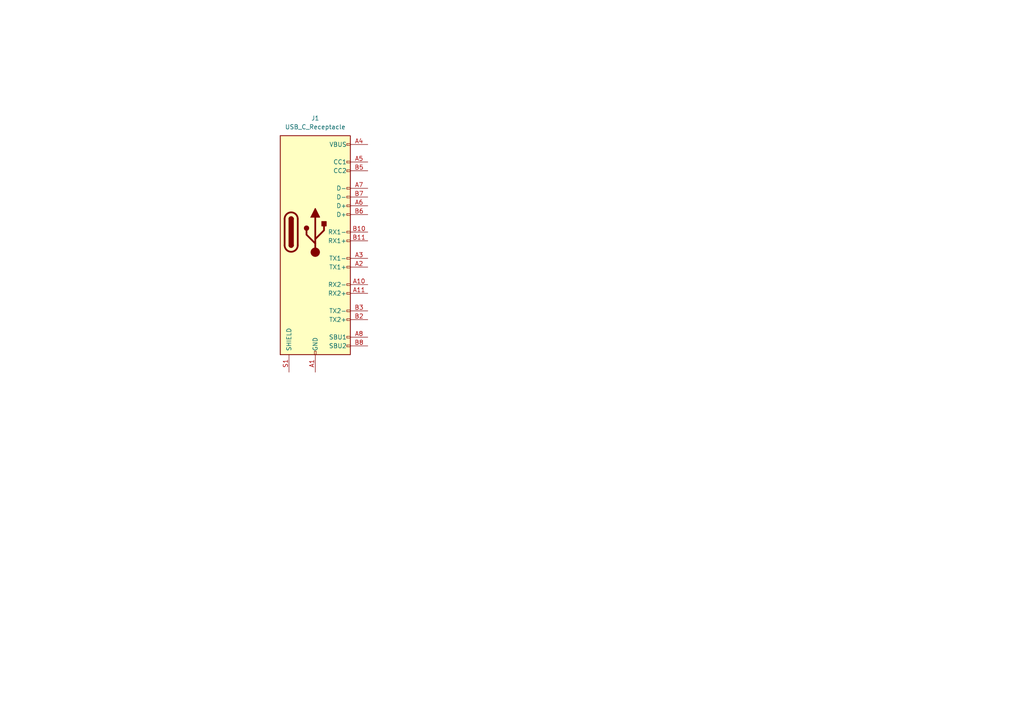
<source format=kicad_sch>
(kicad_sch (version 20231120) (generator "eeschema") (generator_version "8.0")
  (paper "A4")
  (lib_symbols
    (symbol "Connector:USB_C_Receptacle" (pin_names (offset 1.016))
      (property "Reference" "J" (at -10.16 29.21 0))
      (property "Value" "USB_C_Receptacle" (at 10.16 29.21 0))
      (symbol "USB_C_Receptacle_0_0"
        (rectangle (start -0.254 -35.56) (end 0.254 -34.544))
        (rectangle (start 10.16 -32.766) (end 9.144 -33.274))
        (rectangle (start 10.16 -30.226) (end 9.144 -30.734))
        (rectangle (start 10.16 -25.146) (end 9.144 -25.654))
        (rectangle (start 10.16 -22.606) (end 9.144 -23.114))
        (rectangle (start 10.16 -17.526) (end 9.144 -18.034))
        (rectangle (start 10.16 -14.986) (end 9.144 -15.494))
        (rectangle (start 10.16 -9.906) (end 9.144 -10.414))
        (rectangle (start 10.16 -7.366) (end 9.144 -7.874))
        (rectangle (start 10.16 -2.286) (end 9.144 -2.794))
        (rectangle (start 10.16 0.254) (end 9.144 -0.254))
        (rectangle (start 10.16 5.334) (end 9.144 4.826))
        (rectangle (start 10.16 7.874) (end 9.144 7.366))
        (rectangle (start 10.16 10.414) (end 9.144 9.906))
        (rectangle (start 10.16 12.954) (end 9.144 12.446))
        (rectangle (start 10.16 18.034) (end 9.144 17.526))
        (rectangle (start 10.16 20.574) (end 9.144 20.066))
        (rectangle (start 10.16 25.654) (end 9.144 25.146))
      )
      (symbol "USB_C_Receptacle_0_1"
        (rectangle (start -10.16 27.94) (end 10.16 -35.56) (stroke (width 0.254)) (fill (type background)))
        (arc (start -8.89 -3.81) (mid -6.985 -5.7067) (end -5.08 -3.81) (stroke (width 0.508)))
        (arc (start -7.62 -3.81) (mid -6.985 -4.4423) (end -6.35 -3.81) (stroke (width 0.254)))
        (arc (start -7.62 -3.81) (mid -6.985 -4.4423) (end -6.35 -3.81) (stroke (width 0.254)) (fill (type outline)))
        (rectangle (start -7.62 -3.81) (end -6.35 3.81) (stroke (width 0.254)) (fill (type outline)))
        (arc (start -6.35 3.81) (mid -6.985 4.4423) (end -7.62 3.81) (stroke (width 0.254)))
        (arc (start -6.35 3.81) (mid -6.985 4.4423) (end -7.62 3.81) (stroke (width 0.254)) (fill (type outline)))
        (arc (start -5.08 3.81) (mid -6.985 5.7067) (end -8.89 3.81) (stroke (width 0.508)))
        (polyline (pts (xy -8.89 -3.81) (xy -8.89 3.81)) (stroke (width 0.508)))
        (polyline (pts (xy -5.08 3.81) (xy -5.08 -3.81)) (stroke (width 0.508)))
      )
      (symbol "USB_C_Receptacle_1_1"
        (circle (center -2.54 1.143) (radius 0.635) (stroke (width 0.254)) (fill (type outline)))
        (circle (center 0 -5.842) (radius 1.27) (fill (type outline)))
        (polyline (pts (xy 0 -5.842) (xy 0 4.318)) (stroke (width 0.508)))
        (polyline (pts (xy 0 -3.302) (xy -2.54 -0.762) (xy -2.54 0.508)) (stroke (width 0.508)))
        (polyline (pts (xy 0 -2.032) (xy 2.54 0.508) (xy 2.54 1.778)) (stroke (width 0.508)))
        (polyline (pts (xy -1.27 4.318) (xy 0 6.858) (xy 1.27 4.318) (xy -1.27 4.318)) (stroke (width 0.254)) (fill (type outline)))
        (rectangle (start 1.905 1.778) (end 3.175 3.048) (stroke (width 0.254)) (fill (type outline)))
        (pin passive line (at 0 -40.64 90) (length 5.08) (name "GND") (number "A1"))
        (pin bidirectional line (at 15.24 -15.24 180) (length 5.08) (name "RX2-") (number "A10"))
        (pin bidirectional line (at 15.24 -17.78 180) (length 5.08) (name "RX2+") (number "A11"))
        (pin passive line (at 0 -40.64 90) (length 5.08) hide (name "GND") (number "A12"))
        (pin bidirectional line (at 15.24 -10.16 180) (length 5.08) (name "TX1+") (number "A2"))
        (pin bidirectional line (at 15.24 -7.62 180) (length 5.08) (name "TX1-") (number "A3"))
        (pin passive line (at 15.24 25.4 180) (length 5.08) (name "VBUS") (number "A4"))
        (pin bidirectional line (at 15.24 20.32 180) (length 5.08) (name "CC1") (number "A5"))
        (pin bidirectional line (at 15.24 7.62 180) (length 5.08) (name "D+") (number "A6"))
        (pin bidirectional line (at 15.24 12.7 180) (length 5.08) (name "D-") (number "A7"))
        (pin bidirectional line (at 15.24 -30.48 180) (length 5.08) (name "SBU1") (number "A8"))
        (pin passive line (at 15.24 25.4 180) (length 5.08) hide (name "VBUS") (number "A9"))
        (pin passive line (at 0 -40.64 90) (length 5.08) hide (name "GND") (number "B1"))
        (pin bidirectional line (at 15.24 0 180) (length 5.08) (name "RX1-") (number "B10"))
        (pin bidirectional line (at 15.24 -2.54 180) (length 5.08) (name "RX1+") (number "B11"))
        (pin passive line (at 0 -40.64 90) (length 5.08) hide (name "GND") (number "B12"))
        (pin bidirectional line (at 15.24 -25.4 180) (length 5.08) (name "TX2+") (number "B2"))
        (pin bidirectional line (at 15.24 -22.86 180) (length 5.08) (name "TX2-") (number "B3"))
        (pin passive line (at 15.24 25.4 180) (length 5.08) hide (name "VBUS") (number "B4"))
        (pin bidirectional line (at 15.24 17.78 180) (length 5.08) (name "CC2") (number "B5"))
        (pin bidirectional line (at 15.24 5.08 180) (length 5.08) (name "D+") (number "B6"))
        (pin bidirectional line (at 15.24 10.16 180) (length 5.08) (name "D-") (number "B7"))
        (pin bidirectional line (at 15.24 -33.02 180) (length 5.08) (name "SBU2") (number "B8"))
        (pin passive line (at 15.24 25.4 180) (length 5.08) hide (name "VBUS") (number "B9"))
        (pin passive line (at -7.62 -40.64 90) (length 5.08) (name "SHIELD") (number "S1"))
      )
    )
  )
  (symbol (lib_id "Connector:USB_C_Receptacle") (at 91.44 67.31 0) (unit 1)
    (property "Reference" "J1" (at 91.44 34.29 0))
    (property "Value" "USB_C_Receptacle" (at 91.44 36.83 0))
    (property "Footprint" "Connector_USB:USB_C_Receptacle_GCT_USB4105-xx-A_16P_TopMnt_Horizontal" (effects (hide yes)))
    (property "Datasheet" "https://www.usb.org/sites/default/files/documents/usb_type-c.zip" (effects (hide yes)))
    (property "Description" "USB Full-Featured Type-C Receptacle connector" (effects (hide yes)))
  )
)
</source>
